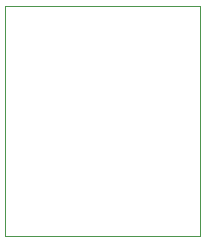
<source format=gbr>
%TF.GenerationSoftware,KiCad,Pcbnew,9.0.2*%
%TF.CreationDate,2025-05-30T20:37:56+08:00*%
%TF.ProjectId,magfire,6d616766-6972-4652-9e6b-696361645f70,rev?*%
%TF.SameCoordinates,Original*%
%TF.FileFunction,Profile,NP*%
%FSLAX46Y46*%
G04 Gerber Fmt 4.6, Leading zero omitted, Abs format (unit mm)*
G04 Created by KiCad (PCBNEW 9.0.2) date 2025-05-30 20:37:56*
%MOMM*%
%LPD*%
G01*
G04 APERTURE LIST*
%TA.AperFunction,Profile*%
%ADD10C,0.050000*%
%TD*%
G04 APERTURE END LIST*
D10*
X144000000Y-117000000D02*
X144000000Y-97500000D01*
X160500000Y-117000000D02*
X144000000Y-117000000D01*
X160500000Y-97500000D02*
X160500000Y-117000000D01*
X144000000Y-97500000D02*
X160500000Y-97500000D01*
M02*

</source>
